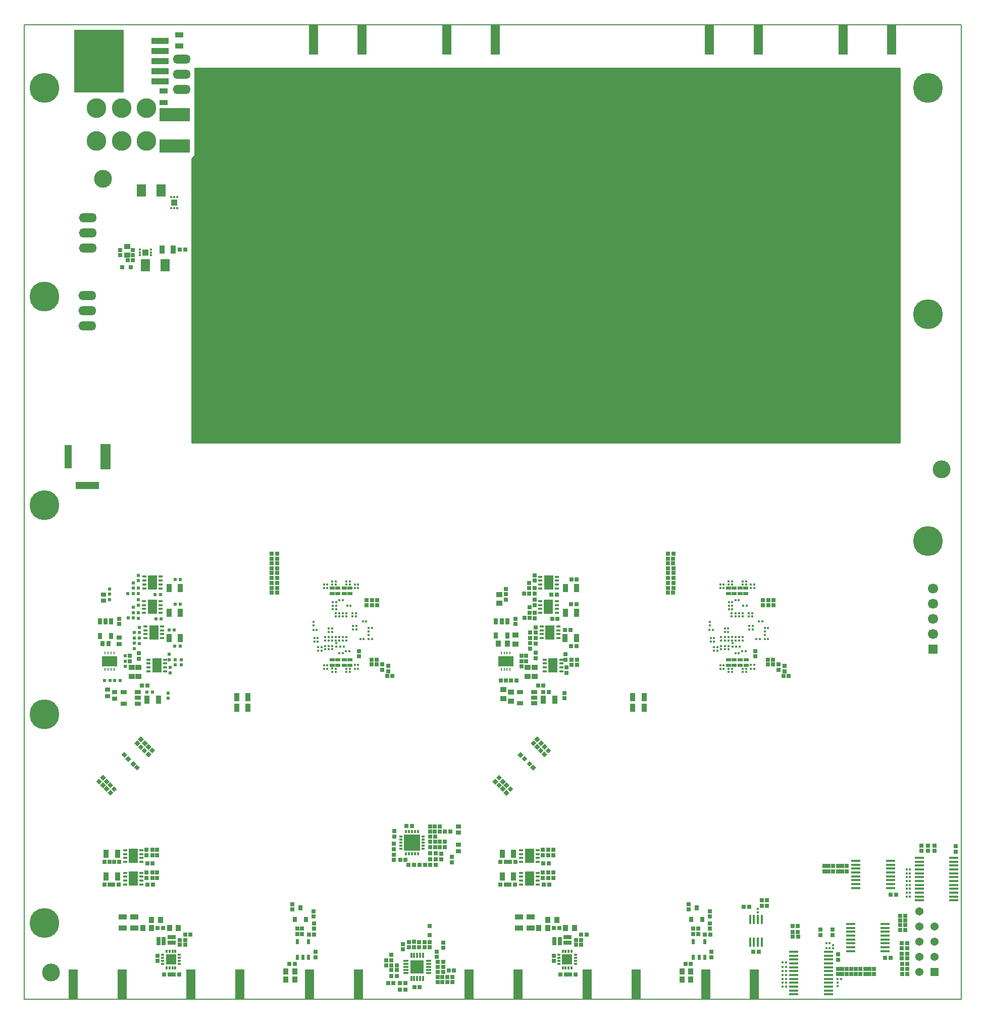
<source format=gbs>
G04 #@! TF.FileFunction,Soldermask,Bot*
%FSLAX46Y46*%
G04 Gerber Fmt 4.6, Leading zero omitted, Abs format (unit mm)*
G04 Created by KiCad (PCBNEW 4.0.7-e2-6376~61~ubuntu18.04.1) date Tue Nov 15 11:44:20 2022*
%MOMM*%
%LPD*%
G01*
G04 APERTURE LIST*
%ADD10C,0.150000*%
%ADD11C,0.100000*%
%ADD12C,0.200000*%
%ADD13C,3.000000*%
%ADD14R,0.300000X0.350000*%
%ADD15R,1.370000X1.370000*%
%ADD16C,1.370000*%
%ADD17R,1.500000X0.450000*%
%ADD18C,5.000000*%
%ADD19R,3.000000X1.000000*%
%ADD20R,8.400000X10.600000*%
%ADD21R,1.600000X2.350000*%
%ADD22R,0.650000X0.300000*%
%ADD23R,0.693420X0.693420*%
%ADD24R,1.000000X0.700000*%
%ADD25R,0.899160X1.399540*%
%ADD26R,0.750000X0.400000*%
%ADD27C,0.250000*%
%ADD28R,0.250000X0.400000*%
%ADD29R,2.540000X1.700000*%
%ADD30R,0.998120X0.898120*%
%ADD31R,0.898120X0.998120*%
%ADD32R,0.798500X0.897560*%
%ADD33R,0.897560X0.798500*%
%ADD34R,0.595300X0.595300*%
%ADD35R,0.350000X0.300000*%
%ADD36R,0.855980X0.553720*%
%ADD37R,0.500000X0.300000*%
%ADD38R,0.300000X0.600000*%
%ADD39R,1.750000X1.750000*%
%ADD40R,1.399540X0.899160*%
%ADD41R,0.600000X0.900000*%
%ADD42R,0.800000X0.900000*%
%ADD43R,1.496060X5.000000*%
%ADD44R,0.700000X1.000000*%
%ADD45R,1.524000X2.032000*%
%ADD46R,5.198120X2.198120*%
%ADD47C,3.298120*%
%ADD48R,0.800000X0.800000*%
%ADD49R,1.100000X1.000000*%
%ADD50R,0.320000X0.430000*%
%ADD51R,1.000000X1.100000*%
%ADD52R,0.430000X0.320000*%
%ADD53R,0.299720X0.949960*%
%ADD54R,0.949960X0.299720*%
%ADD55R,2.250440X2.250440*%
%ADD56R,0.350000X0.600000*%
%ADD57R,0.600000X0.350000*%
%ADD58R,2.800000X2.800000*%
%ADD59O,2.994660X1.524000*%
%ADD60C,1.700000*%
%ADD61R,1.524000X1.524000*%
%ADD62R,4.000000X1.300000*%
%ADD63R,1.300000X4.000000*%
%ADD64R,1.750000X4.250000*%
%ADD65R,0.450000X1.500000*%
%ADD66C,0.254000*%
G04 APERTURE END LIST*
D10*
D11*
X214520000Y-99480000D02*
X214520000Y-99470000D01*
D12*
X57390000Y-99480000D02*
X214520000Y-99480000D01*
X57390000Y-99480000D02*
X57390000Y-262740000D01*
X214520000Y-262730000D02*
X214520000Y-99480000D01*
X57390000Y-262740000D02*
X214520000Y-262740000D01*
D13*
X211240000Y-173940000D03*
X211240000Y-173940000D03*
X61870000Y-258330000D03*
X61870000Y-258330000D03*
D14*
X205945000Y-244270000D03*
X205395000Y-244270000D03*
D15*
X210080420Y-258215000D03*
D16*
X207540420Y-258215000D03*
X210080420Y-255675000D03*
X207540420Y-255675000D03*
X210080420Y-253135000D03*
X207540420Y-253135000D03*
X210080420Y-250595000D03*
X207540420Y-250595000D03*
X207540420Y-248055000D03*
D17*
X207500000Y-239075000D03*
X207500000Y-239725000D03*
X207500000Y-240375000D03*
X207500000Y-241025000D03*
X207500000Y-241675000D03*
X207500000Y-242325000D03*
X207500000Y-242975000D03*
X207500000Y-243625000D03*
X207500000Y-244275000D03*
X207500000Y-244925000D03*
X207500000Y-245575000D03*
X207500000Y-246225000D03*
X213300000Y-246225000D03*
X213300000Y-245575000D03*
X213300000Y-244925000D03*
X213300000Y-244275000D03*
X213300000Y-243625000D03*
X213300000Y-242975000D03*
X213300000Y-239075000D03*
X213300000Y-239725000D03*
X213300000Y-240375000D03*
X213300000Y-241025000D03*
X213300000Y-241675000D03*
X213300000Y-242325000D03*
D18*
X60800000Y-145000000D03*
X60800000Y-215000000D03*
D19*
X80210420Y-108935420D03*
X80210420Y-107235420D03*
X80210420Y-105535420D03*
X80210420Y-103835420D03*
X80210420Y-102135420D03*
D20*
X69910420Y-105535420D03*
D18*
X60800000Y-110000000D03*
X60800000Y-180000000D03*
X60800000Y-250000000D03*
X209000000Y-110000000D03*
X209000000Y-148000000D03*
X209000000Y-186000000D03*
X190640000Y-164730000D03*
X144920000Y-164720000D03*
X99200000Y-164740000D03*
X99200000Y-111380000D03*
X144920000Y-111380000D03*
X190660000Y-111380000D03*
D21*
X78890000Y-197030000D03*
D22*
X80265000Y-196705000D03*
X80265000Y-197355000D03*
X80265000Y-198005000D03*
X80265000Y-196054520D03*
X77515000Y-196054520D03*
X77515000Y-198005240D03*
X77515000Y-197355000D03*
X77515000Y-196705000D03*
D23*
X119008740Y-255350420D03*
X119008740Y-256249580D03*
D24*
X140540000Y-211300000D03*
X140540000Y-213200000D03*
X142940000Y-213200000D03*
X142940000Y-211300000D03*
X142940000Y-212250000D03*
X74090000Y-211310000D03*
X74090000Y-213210000D03*
X76490000Y-213210000D03*
X76490000Y-211310000D03*
X76490000Y-212260000D03*
D23*
X146230420Y-250870000D03*
X147129580Y-250870000D03*
D10*
G36*
X144578729Y-219849897D02*
X144088407Y-220340219D01*
X143598085Y-219849897D01*
X144088407Y-219359575D01*
X144578729Y-219849897D01*
X144578729Y-219849897D01*
G37*
G36*
X143942927Y-219214095D02*
X143452605Y-219704417D01*
X142962283Y-219214095D01*
X143452605Y-218723773D01*
X143942927Y-219214095D01*
X143942927Y-219214095D01*
G37*
D25*
X150062500Y-193900000D03*
X148157500Y-193900000D03*
X150052500Y-198000000D03*
X148147500Y-198000000D03*
D23*
X142109580Y-194800000D03*
X141210420Y-194800000D03*
X143010000Y-192609580D03*
X143010000Y-191710420D03*
X142110000Y-193899580D03*
X142110000Y-193000420D03*
X142990000Y-193900420D03*
X142990000Y-194799580D03*
X146719580Y-194970000D03*
X145820420Y-194970000D03*
X150059580Y-192440000D03*
X149160420Y-192440000D03*
X150039580Y-196550000D03*
X149140420Y-196550000D03*
D26*
X146725000Y-193905000D03*
X146725000Y-193255000D03*
X146725000Y-192605000D03*
X146725000Y-191955000D03*
X143975000Y-191955000D03*
X143975000Y-192605000D03*
X143975000Y-193255000D03*
X143975000Y-193905000D03*
D21*
X145350000Y-192930000D03*
D26*
X146705000Y-198005000D03*
X146705000Y-197355000D03*
X146705000Y-196705000D03*
X146705000Y-196055000D03*
X143955000Y-196055000D03*
X143955000Y-196705000D03*
X143955000Y-197355000D03*
X143955000Y-198005000D03*
D21*
X145330000Y-197030000D03*
D23*
X142189580Y-198890000D03*
X141290420Y-198890000D03*
X143010000Y-196699580D03*
X143010000Y-195800420D03*
X142190000Y-197979580D03*
X142190000Y-197080420D03*
X143010000Y-198000420D03*
X143010000Y-198899580D03*
X146839580Y-199030000D03*
X145940420Y-199030000D03*
D27*
X137900000Y-207345000D03*
D28*
X137900000Y-207545000D03*
X137400000Y-207545000D03*
D27*
X137400000Y-207345000D03*
X138400000Y-207345000D03*
D28*
X138400000Y-207545000D03*
X138900000Y-207545000D03*
D27*
X138900000Y-207345000D03*
X138900000Y-204895000D03*
D28*
X138900000Y-204695000D03*
X138400000Y-204695000D03*
D27*
X138400000Y-204895000D03*
X137400000Y-204895000D03*
D28*
X137400000Y-204695000D03*
X137900000Y-204695000D03*
D27*
X137900000Y-204895000D03*
D29*
X138150000Y-206120000D03*
D23*
X138190000Y-194909580D03*
X138190000Y-194010420D03*
X138190000Y-194910420D03*
X138190000Y-195809580D03*
X137330420Y-209320000D03*
X138229580Y-209320000D03*
X139040420Y-209330000D03*
X139939580Y-209330000D03*
D25*
X146372500Y-212610000D03*
X144467500Y-212610000D03*
D30*
X137120000Y-194920000D03*
X137120000Y-196420000D03*
X139780000Y-201760000D03*
X139780000Y-203260000D03*
X139040000Y-211300000D03*
X139040000Y-212800000D03*
D31*
X136940000Y-203170000D03*
X138440000Y-203170000D03*
D23*
X144470420Y-211310000D03*
X145369580Y-211310000D03*
D30*
X137810000Y-212380000D03*
X137810000Y-210880000D03*
D23*
X147980000Y-212339580D03*
X147980000Y-211440420D03*
D26*
X144715000Y-205865000D03*
X144715000Y-206515000D03*
X144715000Y-207165000D03*
X144715000Y-207815000D03*
X147465000Y-207815000D03*
X147465000Y-207165000D03*
X147465000Y-206515000D03*
X147465000Y-205865000D03*
D21*
X146090000Y-206840000D03*
D23*
X150150000Y-205850420D03*
X150150000Y-206749580D03*
X148310000Y-207170420D03*
X148310000Y-208069580D03*
X149210000Y-205860420D03*
X149210000Y-206759580D03*
X140820000Y-206109580D03*
X140820000Y-205210420D03*
X140820000Y-206110420D03*
X140820000Y-207009580D03*
X148160000Y-205859580D03*
X148160000Y-204960420D03*
D30*
X143020000Y-207190000D03*
X143020000Y-208690000D03*
X141870000Y-207190000D03*
X141870000Y-208690000D03*
D26*
X146965000Y-202245000D03*
X146965000Y-201595000D03*
X146965000Y-200945000D03*
X146965000Y-200295000D03*
X144215000Y-200295000D03*
X144215000Y-200945000D03*
X144215000Y-201595000D03*
X144215000Y-202245000D03*
D21*
X145590000Y-201270000D03*
D23*
X141590000Y-206109580D03*
X141590000Y-205210420D03*
X142290000Y-203110420D03*
X142290000Y-204009580D03*
X143170000Y-201349580D03*
X143170000Y-200450420D03*
X142280000Y-202249580D03*
X142280000Y-201350420D03*
D25*
X150042500Y-202240000D03*
X148137500Y-202240000D03*
D23*
X143180000Y-202250420D03*
X143180000Y-203149580D03*
X148120420Y-200910000D03*
X149019580Y-200910000D03*
X150029580Y-203590000D03*
X149130420Y-203590000D03*
D25*
X71147500Y-242170000D03*
X73052500Y-242170000D03*
D21*
X79650000Y-206840000D03*
D22*
X78275000Y-207165000D03*
X78275000Y-206515000D03*
X78275000Y-205865000D03*
X78275000Y-207815480D03*
X81025000Y-207815480D03*
X81025000Y-205864760D03*
X81025000Y-206515000D03*
X81025000Y-207165000D03*
D21*
X79150000Y-201270000D03*
D22*
X80525000Y-200945000D03*
X80525000Y-201595000D03*
X80525000Y-202245000D03*
X80525000Y-200294520D03*
X77775000Y-200294520D03*
X77775000Y-202245240D03*
X77775000Y-201595000D03*
X77775000Y-200945000D03*
D21*
X78910000Y-192930000D03*
D22*
X80285000Y-192605000D03*
X80285000Y-193255000D03*
X80285000Y-193905000D03*
X80285000Y-191954520D03*
X77535000Y-191954520D03*
X77535000Y-193905240D03*
X77535000Y-193255000D03*
X77535000Y-192605000D03*
D25*
X83612500Y-198000000D03*
X81707500Y-198000000D03*
X83622500Y-193900000D03*
X81717500Y-193900000D03*
X79932500Y-212610000D03*
X78027500Y-212610000D03*
X83602500Y-202240000D03*
X81697500Y-202240000D03*
D32*
X70503900Y-203170000D03*
X71596100Y-203170000D03*
D33*
X70680000Y-194923900D03*
X70680000Y-196016100D03*
X73340000Y-202163900D03*
X73340000Y-203256100D03*
X71370000Y-211966100D03*
X71370000Y-210873900D03*
X72600000Y-211303900D03*
X72600000Y-212396100D03*
D34*
X81720000Y-205859580D03*
X81720000Y-204960420D03*
X76740000Y-202250420D03*
X76740000Y-203149580D03*
X76570000Y-198000420D03*
X76570000Y-198899580D03*
X76550000Y-193900420D03*
X76550000Y-194799580D03*
X81680420Y-200910000D03*
X82579580Y-200910000D03*
X81870000Y-207170420D03*
X81870000Y-208069580D03*
X76570000Y-196699580D03*
X76570000Y-195800420D03*
X83599580Y-196550000D03*
X82700420Y-196550000D03*
X80389580Y-199020000D03*
X79490420Y-199020000D03*
X83710000Y-205850420D03*
X83710000Y-206749580D03*
X75669580Y-194800000D03*
X74770420Y-194800000D03*
X83619580Y-192440000D03*
X82720420Y-192440000D03*
X80279580Y-194980000D03*
X79380420Y-194980000D03*
X70890420Y-209320000D03*
X71789580Y-209320000D03*
X72600420Y-209330000D03*
X73499580Y-209330000D03*
X74380000Y-206110420D03*
X74380000Y-207009580D03*
X74380000Y-206119580D03*
X74380000Y-205220420D03*
X71750000Y-194910420D03*
X71750000Y-195809580D03*
X71750000Y-194909580D03*
X71750000Y-194010420D03*
X76570000Y-192609580D03*
X76570000Y-191710420D03*
X82770000Y-205860420D03*
X82770000Y-206759580D03*
X75670000Y-193899580D03*
X75670000Y-193000420D03*
X75750000Y-197979580D03*
X75750000Y-197080420D03*
X75840000Y-202249580D03*
X75840000Y-201350420D03*
X76730000Y-201349580D03*
X76730000Y-200450420D03*
X83589580Y-203590000D03*
X82690420Y-203590000D03*
X81540000Y-212339580D03*
X81540000Y-211440420D03*
X75850000Y-203110420D03*
X75850000Y-204009580D03*
X75749580Y-198890000D03*
X74850420Y-198890000D03*
X78020420Y-211310000D03*
X78919580Y-211310000D03*
D35*
X173100000Y-203775000D03*
X173100000Y-204325000D03*
X173700000Y-203775000D03*
X173700000Y-204325000D03*
X175500000Y-202625000D03*
X175500000Y-202075000D03*
X175500000Y-203575000D03*
X175500000Y-204125000D03*
X174900000Y-202625000D03*
X174900000Y-202075000D03*
D14*
X180765000Y-202430000D03*
X180215000Y-202430000D03*
D35*
X179490000Y-198075000D03*
X179490000Y-198625000D03*
X174900000Y-203575000D03*
X174900000Y-204125000D03*
X178900000Y-198075000D03*
X178900000Y-198625000D03*
X174300000Y-202625000D03*
X174300000Y-202075000D03*
X174300000Y-203575000D03*
X174300000Y-204125000D03*
D14*
X181615000Y-200530000D03*
X182165000Y-200530000D03*
D35*
X176100000Y-202625000D03*
X176100000Y-202075000D03*
X176700000Y-202625000D03*
X176700000Y-202075000D03*
D14*
X179565000Y-200830000D03*
X179015000Y-200830000D03*
D35*
X176690000Y-198075000D03*
X176690000Y-198625000D03*
D14*
X179565000Y-200240000D03*
X179015000Y-200240000D03*
D35*
X177900000Y-202625000D03*
X177900000Y-202075000D03*
X176080000Y-198075000D03*
X176080000Y-198625000D03*
X177300000Y-202625000D03*
X177300000Y-202075000D03*
X177890000Y-198075000D03*
X177890000Y-198625000D03*
D14*
X177265000Y-204780000D03*
X176715000Y-204780000D03*
X174925000Y-200650000D03*
X175475000Y-200650000D03*
D35*
X177290000Y-198075000D03*
X177290000Y-198625000D03*
D14*
X174925000Y-201260000D03*
X175475000Y-201260000D03*
X176715000Y-195890000D03*
X177265000Y-195890000D03*
X172535000Y-202850000D03*
X173085000Y-202850000D03*
X172535000Y-202260000D03*
X173085000Y-202260000D03*
X178025000Y-196860000D03*
X178575000Y-196860000D03*
X182165000Y-202430000D03*
X181615000Y-202430000D03*
X177825000Y-204450000D03*
X178375000Y-204450000D03*
D35*
X176200000Y-203115000D03*
X176200000Y-203665000D03*
X181590000Y-201155000D03*
X181590000Y-201705000D03*
D14*
X176155000Y-196220000D03*
X175605000Y-196220000D03*
X176165000Y-196860000D03*
X175615000Y-196860000D03*
X176165000Y-197450000D03*
X175615000Y-197450000D03*
X180635000Y-199410000D03*
X181185000Y-199410000D03*
D23*
X180010000Y-204410420D03*
X180010000Y-205309580D03*
D35*
X177860000Y-193305000D03*
X177860000Y-192755000D03*
X176100000Y-193305000D03*
X176100000Y-192755000D03*
X178460000Y-193305000D03*
X178460000Y-192755000D03*
D14*
X179835000Y-207380000D03*
X179285000Y-207380000D03*
X179825000Y-193300000D03*
X179275000Y-193300000D03*
X174145000Y-193290000D03*
X174695000Y-193290000D03*
D36*
X178450000Y-193888200D03*
X178450000Y-194751800D03*
X176470000Y-193888200D03*
X176470000Y-194751800D03*
X177500000Y-193888200D03*
X177500000Y-194751800D03*
X175510000Y-193888200D03*
X175510000Y-194751800D03*
D14*
X179285000Y-206770000D03*
X179835000Y-206770000D03*
X179275000Y-193890000D03*
X179825000Y-193890000D03*
X174695000Y-193890000D03*
X174145000Y-193890000D03*
D23*
X73349580Y-239770000D03*
X72450420Y-239770000D03*
D14*
X172895000Y-200920000D03*
X172345000Y-200920000D03*
D23*
X182999580Y-205910000D03*
X182100420Y-205910000D03*
X184920000Y-206940420D03*
X184920000Y-207839580D03*
X185619580Y-208620000D03*
X184720420Y-208620000D03*
D35*
X177870000Y-207375000D03*
X177870000Y-207925000D03*
X176120000Y-207375000D03*
X176120000Y-207925000D03*
X178470000Y-207365000D03*
X178470000Y-207915000D03*
X175500000Y-193305000D03*
X175500000Y-192755000D03*
X175520000Y-207375000D03*
X175520000Y-207925000D03*
X172390000Y-200095000D03*
X172390000Y-199545000D03*
D14*
X174145000Y-207380000D03*
X174695000Y-207380000D03*
D36*
X177510000Y-206781800D03*
X177510000Y-205918200D03*
X175520000Y-206781800D03*
X175520000Y-205918200D03*
X178470000Y-206781800D03*
X178470000Y-205918200D03*
X176480000Y-206781800D03*
X176480000Y-205918200D03*
D23*
X183930000Y-206670420D03*
X183930000Y-207569580D03*
X182999580Y-206670000D03*
X182100420Y-206670000D03*
D14*
X174695000Y-206780000D03*
X174145000Y-206780000D03*
D23*
X70850420Y-239770000D03*
X71749580Y-239770000D03*
D25*
X71147500Y-238370000D03*
X73052500Y-238370000D03*
D23*
X78900000Y-237720420D03*
X78900000Y-238619580D03*
X78949580Y-239970000D03*
X78050420Y-239970000D03*
X70850420Y-243520000D03*
X71749580Y-243520000D03*
X73249580Y-243520000D03*
X72350420Y-243520000D03*
X77900000Y-241520420D03*
X77900000Y-242419580D03*
X77900000Y-237720420D03*
X77900000Y-238619580D03*
X78900000Y-241520420D03*
X78900000Y-242419580D03*
X78999580Y-243520000D03*
X78100420Y-243520000D03*
D26*
X74325000Y-237795000D03*
X74325000Y-238445000D03*
X74325000Y-239095000D03*
X74325000Y-239745000D03*
X77075000Y-239745000D03*
X77075000Y-239095000D03*
X77075000Y-238445000D03*
X77075000Y-237795000D03*
D21*
X75700000Y-238770000D03*
D26*
X74325000Y-241595000D03*
X74325000Y-242245000D03*
X74325000Y-242895000D03*
X74325000Y-243545000D03*
X77075000Y-243545000D03*
X77075000Y-242895000D03*
X77075000Y-242245000D03*
X77075000Y-241595000D03*
D21*
X75700000Y-242570000D03*
D23*
X137290420Y-239770000D03*
X138189580Y-239770000D03*
X137290420Y-243520000D03*
X138189580Y-243520000D03*
X139789580Y-239770000D03*
X138890420Y-239770000D03*
X139689580Y-243520000D03*
X138790420Y-243520000D03*
X144340000Y-241520420D03*
X144340000Y-242419580D03*
X144340000Y-237720420D03*
X144340000Y-238619580D03*
D25*
X137587500Y-242170000D03*
X139492500Y-242170000D03*
D23*
X79700000Y-241520420D03*
X79700000Y-242419580D03*
X79700000Y-237720420D03*
X79700000Y-238619580D03*
X145340000Y-241520420D03*
X145340000Y-242419580D03*
X145439580Y-243520000D03*
X144540420Y-243520000D03*
X145340000Y-237720420D03*
X145340000Y-238619580D03*
X145389580Y-239970000D03*
X144490420Y-239970000D03*
X146140000Y-241520420D03*
X146140000Y-242419580D03*
X146140000Y-237720420D03*
X146140000Y-238619580D03*
D26*
X140765000Y-237795000D03*
X140765000Y-238445000D03*
X140765000Y-239095000D03*
X140765000Y-239745000D03*
X143515000Y-239745000D03*
X143515000Y-239095000D03*
X143515000Y-238445000D03*
X143515000Y-237795000D03*
D21*
X142140000Y-238770000D03*
D26*
X140765000Y-241595000D03*
X140765000Y-242245000D03*
X140765000Y-242895000D03*
X140765000Y-243545000D03*
X143515000Y-243545000D03*
X143515000Y-242895000D03*
X143515000Y-242245000D03*
X143515000Y-241595000D03*
D21*
X142140000Y-242570000D03*
D10*
G36*
X76828223Y-223937901D02*
X76337901Y-224428223D01*
X75847579Y-223937901D01*
X76337901Y-223447579D01*
X76828223Y-223937901D01*
X76828223Y-223937901D01*
G37*
G36*
X76192421Y-223302099D02*
X75702099Y-223792421D01*
X75211777Y-223302099D01*
X75702099Y-222811777D01*
X76192421Y-223302099D01*
X76192421Y-223302099D01*
G37*
G36*
X73721777Y-221822099D02*
X74212099Y-221331777D01*
X74702421Y-221822099D01*
X74212099Y-222312421D01*
X73721777Y-221822099D01*
X73721777Y-221822099D01*
G37*
G36*
X74357579Y-222457901D02*
X74847901Y-221967579D01*
X75338223Y-222457901D01*
X74847901Y-222948223D01*
X74357579Y-222457901D01*
X74357579Y-222457901D01*
G37*
G36*
X77741777Y-220442099D02*
X78232099Y-219951777D01*
X78722421Y-220442099D01*
X78232099Y-220932421D01*
X77741777Y-220442099D01*
X77741777Y-220442099D01*
G37*
G36*
X78377579Y-221077901D02*
X78867901Y-220587579D01*
X79358223Y-221077901D01*
X78867901Y-221568223D01*
X78377579Y-221077901D01*
X78377579Y-221077901D01*
G37*
G36*
X78128223Y-219847901D02*
X77637901Y-220338223D01*
X77147579Y-219847901D01*
X77637901Y-219357579D01*
X78128223Y-219847901D01*
X78128223Y-219847901D01*
G37*
G36*
X77492421Y-219212099D02*
X77002099Y-219702421D01*
X76511777Y-219212099D01*
X77002099Y-218721777D01*
X77492421Y-219212099D01*
X77492421Y-219212099D01*
G37*
G36*
X70731777Y-227512099D02*
X71222099Y-227021777D01*
X71712421Y-227512099D01*
X71222099Y-228002421D01*
X70731777Y-227512099D01*
X70731777Y-227512099D01*
G37*
G36*
X71367579Y-228147901D02*
X71857901Y-227657579D01*
X72348223Y-228147901D01*
X71857901Y-228638223D01*
X71367579Y-228147901D01*
X71367579Y-228147901D01*
G37*
G36*
X71108223Y-226917901D02*
X70617901Y-227408223D01*
X70127579Y-226917901D01*
X70617901Y-226427579D01*
X71108223Y-226917901D01*
X71108223Y-226917901D01*
G37*
G36*
X70472421Y-226282099D02*
X69982099Y-226772421D01*
X69491777Y-226282099D01*
X69982099Y-225791777D01*
X70472421Y-226282099D01*
X70472421Y-226282099D01*
G37*
D31*
X101270000Y-259460000D03*
X102770000Y-259460000D03*
X101270000Y-258100000D03*
X102770000Y-258100000D03*
D23*
X101860420Y-256860000D03*
X102759580Y-256860000D03*
X105130420Y-251970000D03*
X106029580Y-251970000D03*
X79790420Y-250870000D03*
X80689580Y-250870000D03*
X81780000Y-252360420D03*
X81780000Y-253259580D03*
X82460000Y-252360420D03*
X82460000Y-253259580D03*
X80799580Y-252720000D03*
X79900420Y-252720000D03*
X84389580Y-252910000D03*
X83490420Y-252910000D03*
X80799580Y-253420000D03*
X79900420Y-253420000D03*
X84389580Y-253600000D03*
X83490420Y-253600000D03*
X79800000Y-255460420D03*
X79800000Y-256359580D03*
D10*
G36*
X140162140Y-221816248D02*
X140652462Y-221325926D01*
X141142784Y-221816248D01*
X140652462Y-222306570D01*
X140162140Y-221816248D01*
X140162140Y-221816248D01*
G37*
G36*
X140797942Y-222452050D02*
X141288264Y-221961728D01*
X141778586Y-222452050D01*
X141288264Y-222942372D01*
X140797942Y-222452050D01*
X140797942Y-222452050D01*
G37*
D31*
X167710000Y-259460000D03*
X169210000Y-259460000D03*
D10*
G36*
X143270581Y-223929904D02*
X142780259Y-224420226D01*
X142289937Y-223929904D01*
X142780259Y-223439582D01*
X143270581Y-223929904D01*
X143270581Y-223929904D01*
G37*
G36*
X142634779Y-223294102D02*
X142144457Y-223784424D01*
X141654135Y-223294102D01*
X142144457Y-222803780D01*
X142634779Y-223294102D01*
X142634779Y-223294102D01*
G37*
D31*
X167710000Y-258090000D03*
X169210000Y-258090000D03*
D10*
G36*
X144185578Y-220451532D02*
X144675900Y-219961210D01*
X145166222Y-220451532D01*
X144675900Y-220941854D01*
X144185578Y-220451532D01*
X144185578Y-220451532D01*
G37*
G36*
X144821380Y-221087334D02*
X145311702Y-220597012D01*
X145802024Y-221087334D01*
X145311702Y-221577656D01*
X144821380Y-221087334D01*
X144821380Y-221087334D01*
G37*
D23*
X168300420Y-256860000D03*
X169199580Y-256860000D03*
X171560420Y-251970000D03*
X172459580Y-251970000D03*
D10*
G36*
X137171078Y-227508458D02*
X137661400Y-227018136D01*
X138151722Y-227508458D01*
X137661400Y-227998780D01*
X137171078Y-227508458D01*
X137171078Y-227508458D01*
G37*
G36*
X137806880Y-228144260D02*
X138297202Y-227653938D01*
X138787524Y-228144260D01*
X138297202Y-228634582D01*
X137806880Y-228144260D01*
X137806880Y-228144260D01*
G37*
G36*
X137550088Y-226920965D02*
X137059766Y-227411287D01*
X136569444Y-226920965D01*
X137059766Y-226430643D01*
X137550088Y-226920965D01*
X137550088Y-226920965D01*
G37*
G36*
X136914286Y-226285163D02*
X136423964Y-226775485D01*
X135933642Y-226285163D01*
X136423964Y-225794841D01*
X136914286Y-226285163D01*
X136914286Y-226285163D01*
G37*
D23*
X148220000Y-252360420D03*
X148220000Y-253259580D03*
X148900000Y-252360420D03*
X148900000Y-253259580D03*
X147239580Y-252720000D03*
X146340420Y-252720000D03*
X150829580Y-252910000D03*
X149930420Y-252910000D03*
X147239580Y-253420000D03*
X146340420Y-253420000D03*
X150829580Y-253600000D03*
X149930420Y-253600000D03*
X146240000Y-255470420D03*
X146240000Y-256369580D03*
D37*
X80620000Y-255370000D03*
X80620000Y-255870000D03*
X80620000Y-256370000D03*
X80620000Y-256870000D03*
D38*
X81270000Y-257520000D03*
X81770000Y-257520000D03*
X82270000Y-257520000D03*
X82770000Y-257520000D03*
D37*
X83420000Y-256870000D03*
X83420000Y-256370000D03*
X83420000Y-255870000D03*
X83420000Y-255370000D03*
D38*
X82770000Y-254720000D03*
X82270000Y-254720000D03*
X81770000Y-254720000D03*
X81270000Y-254720000D03*
D39*
X82020000Y-256120000D03*
D37*
X147070000Y-255370000D03*
X147070000Y-255870000D03*
X147070000Y-256370000D03*
X147070000Y-256870000D03*
D38*
X147720000Y-257520000D03*
X148220000Y-257520000D03*
X148720000Y-257520000D03*
X149220000Y-257520000D03*
D37*
X149870000Y-256870000D03*
X149870000Y-256370000D03*
X149870000Y-255870000D03*
X149870000Y-255370000D03*
D38*
X149220000Y-254720000D03*
X148720000Y-254720000D03*
X148220000Y-254720000D03*
X147720000Y-254720000D03*
D39*
X148470000Y-256120000D03*
D23*
X165350420Y-194640000D03*
X166249580Y-194640000D03*
X165360420Y-193820000D03*
X166259580Y-193820000D03*
X165360420Y-193000000D03*
X166259580Y-193000000D03*
X165360420Y-192180000D03*
X166259580Y-192180000D03*
X165360420Y-191360000D03*
X166259580Y-191360000D03*
X165350420Y-189740000D03*
X166249580Y-189740000D03*
X165360420Y-190550000D03*
X166259580Y-190550000D03*
X165350420Y-188940000D03*
X166249580Y-188940000D03*
X165360420Y-188070000D03*
X166259580Y-188070000D03*
D10*
G36*
X75881777Y-219852099D02*
X76372099Y-219361777D01*
X76862421Y-219852099D01*
X76372099Y-220342421D01*
X75881777Y-219852099D01*
X75881777Y-219852099D01*
G37*
G36*
X76517579Y-220487901D02*
X77007901Y-219997579D01*
X77498223Y-220487901D01*
X77007901Y-220978223D01*
X76517579Y-220487901D01*
X76517579Y-220487901D01*
G37*
G36*
X72968223Y-227517901D02*
X72477901Y-228008223D01*
X71987579Y-227517901D01*
X72477901Y-227027579D01*
X72968223Y-227517901D01*
X72968223Y-227517901D01*
G37*
G36*
X72332421Y-226882099D02*
X71842099Y-227372421D01*
X71351777Y-226882099D01*
X71842099Y-226391777D01*
X72332421Y-226882099D01*
X72332421Y-226882099D01*
G37*
G36*
X70131777Y-225652099D02*
X70622099Y-225161777D01*
X71112421Y-225652099D01*
X70622099Y-226142421D01*
X70131777Y-225652099D01*
X70131777Y-225652099D01*
G37*
G36*
X70767579Y-226287901D02*
X71257901Y-225797579D01*
X71748223Y-226287901D01*
X71257901Y-226778223D01*
X70767579Y-226287901D01*
X70767579Y-226287901D01*
G37*
D23*
X106250000Y-255739580D03*
X106250000Y-254840420D03*
X104020000Y-251829580D03*
X104020000Y-250930420D03*
X103200000Y-250940420D03*
X103200000Y-251839580D03*
X105990000Y-250060420D03*
X105990000Y-250959580D03*
X105940000Y-248020420D03*
X105940000Y-248919580D03*
D40*
X73960000Y-250872500D03*
X73960000Y-248967500D03*
X75880000Y-250872500D03*
X75880000Y-248967500D03*
D31*
X77290000Y-250870000D03*
X78790000Y-250870000D03*
X78780000Y-249460000D03*
X80280000Y-249460000D03*
X81780000Y-250840000D03*
X83280000Y-250840000D03*
D23*
X81789580Y-258630000D03*
X80890420Y-258630000D03*
X83409580Y-258630000D03*
X82510420Y-258630000D03*
D10*
G36*
X145158555Y-221716659D02*
X144668233Y-222206981D01*
X144177911Y-221716659D01*
X144668233Y-221226337D01*
X145158555Y-221716659D01*
X145158555Y-221716659D01*
G37*
G36*
X144522753Y-221080857D02*
X144032431Y-221571179D01*
X143542109Y-221080857D01*
X144032431Y-220590535D01*
X144522753Y-221080857D01*
X144522753Y-221080857D01*
G37*
G36*
X142325886Y-219850492D02*
X142816208Y-219360170D01*
X143306530Y-219850492D01*
X142816208Y-220340814D01*
X142325886Y-219850492D01*
X142325886Y-219850492D01*
G37*
G36*
X142961688Y-220486294D02*
X143452010Y-219995972D01*
X143942332Y-220486294D01*
X143452010Y-220976616D01*
X142961688Y-220486294D01*
X142961688Y-220486294D01*
G37*
D23*
X172690000Y-255739580D03*
X172690000Y-254840420D03*
X170460000Y-251839580D03*
X170460000Y-250940420D03*
X169640000Y-250940420D03*
X169640000Y-251839580D03*
D10*
G36*
X139416849Y-227514935D02*
X138926527Y-228005257D01*
X138436205Y-227514935D01*
X138926527Y-227024613D01*
X139416849Y-227514935D01*
X139416849Y-227514935D01*
G37*
G36*
X138781047Y-226879133D02*
X138290725Y-227369455D01*
X137800403Y-226879133D01*
X138290725Y-226388811D01*
X138781047Y-226879133D01*
X138781047Y-226879133D01*
G37*
G36*
X136570038Y-225648767D02*
X137060360Y-225158445D01*
X137550682Y-225648767D01*
X137060360Y-226139089D01*
X136570038Y-225648767D01*
X136570038Y-225648767D01*
G37*
G36*
X137205840Y-226284569D02*
X137696162Y-225794247D01*
X138186484Y-226284569D01*
X137696162Y-226774891D01*
X137205840Y-226284569D01*
X137205840Y-226284569D01*
G37*
D23*
X172430000Y-250060420D03*
X172430000Y-250959580D03*
X172380000Y-248020420D03*
X172380000Y-248919580D03*
D40*
X140400000Y-250872500D03*
X140400000Y-248967500D03*
X142330000Y-250872500D03*
X142330000Y-248967500D03*
D31*
X143730000Y-250870000D03*
X145230000Y-250870000D03*
X145230000Y-249460000D03*
X146730000Y-249460000D03*
X148220000Y-250840000D03*
X149720000Y-250840000D03*
D23*
X148229580Y-258630000D03*
X147330420Y-258630000D03*
X149849580Y-258630000D03*
X148950420Y-258630000D03*
D41*
X105090000Y-253130000D03*
X103190000Y-253130000D03*
X103190000Y-255730000D03*
X104140000Y-255730000D03*
X105090000Y-255730000D03*
X171540000Y-253130000D03*
X169640000Y-253130000D03*
X169640000Y-255730000D03*
X170590000Y-255730000D03*
X171540000Y-255730000D03*
D42*
X102790000Y-249440000D03*
X104690000Y-249440000D03*
X103740000Y-247440000D03*
X169230000Y-249430000D03*
X171130000Y-249430000D03*
X170180000Y-247430000D03*
D10*
G36*
X78718223Y-221717901D02*
X78227901Y-222208223D01*
X77737579Y-221717901D01*
X78227901Y-221227579D01*
X78718223Y-221717901D01*
X78718223Y-221717901D01*
G37*
G36*
X78082421Y-221082099D02*
X77592099Y-221572421D01*
X77101777Y-221082099D01*
X77592099Y-220591777D01*
X78082421Y-221082099D01*
X78082421Y-221082099D01*
G37*
D30*
X75430000Y-207190000D03*
X75430000Y-208690000D03*
X76580000Y-207190000D03*
X76580000Y-208690000D03*
D23*
X75150000Y-206109580D03*
X75150000Y-205210420D03*
X76680000Y-205709580D03*
X76680000Y-204810420D03*
D27*
X71460000Y-207345000D03*
D28*
X71460000Y-207545000D03*
X70960000Y-207545000D03*
D27*
X70960000Y-207345000D03*
X71960000Y-207345000D03*
D28*
X71960000Y-207545000D03*
X72460000Y-207545000D03*
D27*
X72460000Y-207345000D03*
X72460000Y-204895000D03*
D28*
X72460000Y-204695000D03*
X71960000Y-204695000D03*
D27*
X71960000Y-204895000D03*
X70960000Y-204895000D03*
D28*
X70960000Y-204695000D03*
X71460000Y-204695000D03*
D27*
X71460000Y-204895000D03*
D29*
X71710000Y-206120000D03*
D43*
X180540420Y-101985420D03*
X172340420Y-101985420D03*
X202910420Y-101985420D03*
X194710420Y-101985420D03*
D23*
X168850000Y-246830420D03*
X168850000Y-247729580D03*
X150840420Y-251910000D03*
X151739580Y-251910000D03*
D25*
X137587500Y-238370000D03*
X139492500Y-238370000D03*
D43*
X136450000Y-101980000D03*
X128250000Y-101980000D03*
X114100000Y-101980000D03*
X105900000Y-101980000D03*
D23*
X102410000Y-246830420D03*
X102410000Y-247729580D03*
X84400420Y-251910000D03*
X85299580Y-251910000D03*
D25*
X161372500Y-212140000D03*
X159467500Y-212140000D03*
D23*
X143150000Y-205629580D03*
X143150000Y-204730420D03*
D14*
X177385000Y-203660000D03*
X176835000Y-203660000D03*
D23*
X182180000Y-196779580D03*
X182180000Y-195880420D03*
X181280000Y-195880420D03*
X181280000Y-196779580D03*
X183060000Y-196779580D03*
X183060000Y-195880420D03*
X77140420Y-210170000D03*
X78039580Y-210170000D03*
X73330000Y-199899580D03*
X73330000Y-199000420D03*
X143570420Y-210240000D03*
X144469580Y-210240000D03*
X139840000Y-199889580D03*
X139840000Y-198990420D03*
D44*
X70110000Y-201880000D03*
X72010000Y-201880000D03*
X72010000Y-199480000D03*
X70110000Y-199480000D03*
X71060000Y-199480000D03*
X136540000Y-201850000D03*
X138440000Y-201850000D03*
X138440000Y-199450000D03*
X136540000Y-199450000D03*
X137490000Y-199450000D03*
D35*
X106660000Y-203775000D03*
X106660000Y-204325000D03*
X107260000Y-203775000D03*
X107260000Y-204325000D03*
X109060000Y-202625000D03*
X109060000Y-202075000D03*
X109060000Y-203575000D03*
X109060000Y-204125000D03*
X108460000Y-202625000D03*
X108460000Y-202075000D03*
D14*
X114325000Y-202430000D03*
X113775000Y-202430000D03*
D35*
X113050000Y-198075000D03*
X113050000Y-198625000D03*
X108460000Y-203575000D03*
X108460000Y-204125000D03*
X112460000Y-198075000D03*
X112460000Y-198625000D03*
X107860000Y-202625000D03*
X107860000Y-202075000D03*
X107860000Y-203575000D03*
X107860000Y-204125000D03*
D14*
X115175000Y-200530000D03*
X115725000Y-200530000D03*
D35*
X110260000Y-202625000D03*
X110260000Y-202075000D03*
X109660000Y-202625000D03*
X109660000Y-202075000D03*
D14*
X113125000Y-200830000D03*
X112575000Y-200830000D03*
D35*
X109650000Y-198075000D03*
X109650000Y-198625000D03*
D14*
X113125000Y-200240000D03*
X112575000Y-200240000D03*
D35*
X110860000Y-202625000D03*
X110860000Y-202075000D03*
X110250000Y-198075000D03*
X110250000Y-198625000D03*
X111460000Y-202625000D03*
X111460000Y-202075000D03*
D14*
X106455000Y-200920000D03*
X105905000Y-200920000D03*
D35*
X110850000Y-198075000D03*
X110850000Y-198625000D03*
D14*
X110825000Y-204780000D03*
X110275000Y-204780000D03*
X108485000Y-200650000D03*
X109035000Y-200650000D03*
D35*
X111450000Y-198075000D03*
X111450000Y-198625000D03*
D14*
X108485000Y-201260000D03*
X109035000Y-201260000D03*
X110275000Y-195890000D03*
X110825000Y-195890000D03*
D23*
X205529580Y-257710000D03*
X204630420Y-257710000D03*
X194610420Y-257670420D03*
X194610420Y-258569580D03*
X193890420Y-257670420D03*
X193890420Y-258569580D03*
X205469580Y-255200000D03*
X204570420Y-255200000D03*
X205479580Y-255930000D03*
X204580420Y-255930000D03*
X196870420Y-257670420D03*
X196870420Y-258569580D03*
D45*
X80401000Y-127240000D03*
X77099000Y-127240000D03*
D23*
X118480000Y-206940420D03*
X118480000Y-207839580D03*
X129493320Y-257920000D03*
X128594160Y-257920000D03*
X127549160Y-259030420D03*
X127549160Y-259929580D03*
X83525840Y-137100420D03*
X84425000Y-137100420D03*
X126769160Y-259030420D03*
X126769160Y-259929580D03*
X127679160Y-257360000D03*
X126780000Y-257360000D03*
X126619160Y-254780420D03*
X126619160Y-255679580D03*
X119908740Y-257850000D03*
X119009580Y-257850000D03*
X122798740Y-254059580D03*
X122798740Y-253160420D03*
D45*
X77744420Y-139800000D03*
X81046420Y-139800000D03*
D23*
X119009160Y-257110000D03*
X119908320Y-257110000D03*
X122839580Y-260710000D03*
X123738740Y-260710000D03*
X196140420Y-257670420D03*
X196140420Y-258569580D03*
X118138740Y-256220420D03*
X118138740Y-257119580D03*
X120404160Y-260090000D03*
X121303320Y-260090000D03*
X75665420Y-138100000D03*
X75665420Y-137200840D03*
D30*
X74655420Y-138100420D03*
X74655420Y-136600420D03*
D23*
X118424160Y-260090000D03*
X119323320Y-260090000D03*
X73535420Y-138100000D03*
X73535420Y-137200840D03*
X201790420Y-255800000D03*
X202689580Y-255800000D03*
X202700420Y-245240000D03*
X203599580Y-245240000D03*
X198440420Y-257680420D03*
X198440420Y-258579580D03*
X205199580Y-250350000D03*
X204300420Y-250350000D03*
X199170420Y-257680420D03*
X199170420Y-258579580D03*
X124639160Y-240270000D03*
X123740000Y-240270000D03*
D35*
X112020000Y-193305000D03*
X112020000Y-192755000D03*
X109060000Y-193305000D03*
X109060000Y-192755000D03*
X112030000Y-207365000D03*
X112030000Y-207915000D03*
X109670000Y-207365000D03*
X109670000Y-207915000D03*
X111420000Y-193305000D03*
X111420000Y-192755000D03*
X109660000Y-193305000D03*
X109660000Y-192755000D03*
X111430000Y-207375000D03*
X111430000Y-207925000D03*
X109030000Y-207355000D03*
X109030000Y-207905000D03*
D23*
X129139580Y-239799580D03*
X129139580Y-238900420D03*
D33*
X130269580Y-234876100D03*
X130269580Y-233783900D03*
D23*
X125510000Y-239350000D03*
X126409160Y-239350000D03*
X127119580Y-237269580D03*
X127119580Y-236370420D03*
X125469580Y-236370420D03*
X125469580Y-237269580D03*
X205199580Y-251150000D03*
X204300420Y-251150000D03*
X126299580Y-237269580D03*
X126299580Y-236370420D03*
X119420000Y-239449580D03*
X119420000Y-238550420D03*
X116559580Y-205910000D03*
X115660420Y-205910000D03*
X119179580Y-208620000D03*
X118280420Y-208620000D03*
X125469580Y-233790420D03*
X125469580Y-234689580D03*
X126259580Y-234689580D03*
X126259580Y-233790420D03*
X127079580Y-234689580D03*
X127079580Y-233790420D03*
X193910000Y-255280420D03*
X193910000Y-256179580D03*
D46*
X82670420Y-114505420D03*
X82670420Y-119805420D03*
D23*
X187179580Y-252280000D03*
X186280420Y-252280000D03*
X192953740Y-252027080D03*
X192953740Y-251127920D03*
X190953740Y-252027080D03*
X190953740Y-251127920D03*
X192330420Y-241349580D03*
X192330420Y-240450420D03*
X193040420Y-241349580D03*
X193040420Y-240450420D03*
X194610420Y-241359580D03*
X194610420Y-240460420D03*
X193880420Y-241359580D03*
X193880420Y-240460420D03*
X213670000Y-238049580D03*
X213670000Y-237150420D03*
X207860000Y-237899580D03*
X207860000Y-237000420D03*
D14*
X106095000Y-202850000D03*
X106645000Y-202850000D03*
X106095000Y-202260000D03*
X106645000Y-202260000D03*
X111585000Y-196860000D03*
X112135000Y-196860000D03*
X115725000Y-202430000D03*
X115175000Y-202430000D03*
X111385000Y-204450000D03*
X111935000Y-204450000D03*
X110975000Y-203660000D03*
X110425000Y-203660000D03*
D35*
X109760000Y-203115000D03*
X109760000Y-203665000D03*
X115150000Y-201155000D03*
X115150000Y-201705000D03*
X105950000Y-200095000D03*
X105950000Y-199545000D03*
D14*
X109715000Y-196220000D03*
X109165000Y-196220000D03*
X109725000Y-196860000D03*
X109175000Y-196860000D03*
X109725000Y-197450000D03*
X109175000Y-197450000D03*
D25*
X82437920Y-137100420D03*
X80532920Y-137100420D03*
D23*
X119903320Y-258870000D03*
X119004160Y-258870000D03*
D14*
X113395000Y-207380000D03*
X112845000Y-207380000D03*
X113385000Y-193300000D03*
X112835000Y-193300000D03*
X107705000Y-193290000D03*
X108255000Y-193290000D03*
X107705000Y-207380000D03*
X108255000Y-207380000D03*
D33*
X130269580Y-237936100D03*
X130269580Y-236843900D03*
D47*
X77920420Y-118935420D03*
X73720420Y-118935420D03*
X69520420Y-118935420D03*
X77920420Y-113435420D03*
X73720420Y-113435420D03*
X69520420Y-113435420D03*
D36*
X112010000Y-193888200D03*
X112010000Y-194751800D03*
X110030000Y-193888200D03*
X110030000Y-194751800D03*
X111070000Y-206781800D03*
X111070000Y-205918200D03*
X109080000Y-206781800D03*
X109080000Y-205918200D03*
X111060000Y-193888200D03*
X111060000Y-194751800D03*
X109070000Y-193888200D03*
X109070000Y-194751800D03*
X112030000Y-206781800D03*
X112030000Y-205918200D03*
X110040000Y-206781800D03*
X110040000Y-205918200D03*
D48*
X75325420Y-140070420D03*
X73825420Y-140070420D03*
X125418740Y-250500000D03*
X125418740Y-252000000D03*
D14*
X114195000Y-199410000D03*
X114745000Y-199410000D03*
D23*
X113570000Y-204410420D03*
X113570000Y-205309580D03*
X117490000Y-206670420D03*
X117490000Y-207569580D03*
X205529580Y-256870000D03*
X204630420Y-256870000D03*
X75645000Y-138910420D03*
X74745840Y-138910420D03*
X204640420Y-258530000D03*
X205539580Y-258530000D03*
X195330420Y-257670420D03*
X195330420Y-258569580D03*
X205479580Y-254220000D03*
X204580420Y-254220000D03*
X205479580Y-253410000D03*
X204580420Y-253410000D03*
X197600420Y-257670420D03*
X197600420Y-258569580D03*
X128339580Y-259030000D03*
X129238740Y-259030000D03*
X205199580Y-249560000D03*
X204300420Y-249560000D03*
X128329580Y-259930000D03*
X129228740Y-259930000D03*
X127678740Y-256520000D03*
X126779580Y-256520000D03*
X125428740Y-254079580D03*
X125428740Y-253180420D03*
X120928740Y-253520420D03*
X120928740Y-254419580D03*
X127679160Y-258190000D03*
X126780000Y-258190000D03*
X199890420Y-257680420D03*
X199890420Y-258579580D03*
X121948740Y-254069580D03*
X121948740Y-253170420D03*
X123638740Y-254069580D03*
X123638740Y-253170420D03*
X124518740Y-254069580D03*
X124518740Y-253170420D03*
X120404160Y-261130000D03*
X121303320Y-261130000D03*
X122779160Y-240270000D03*
X121880000Y-240270000D03*
X205199580Y-248770000D03*
X204300420Y-248770000D03*
D25*
X94932500Y-212140000D03*
X93027500Y-212140000D03*
D14*
X112845000Y-206770000D03*
X113395000Y-206770000D03*
X112835000Y-193890000D03*
X113385000Y-193890000D03*
X108255000Y-193890000D03*
X107705000Y-193890000D03*
X108255000Y-206780000D03*
X107705000Y-206780000D03*
D25*
X94932500Y-213910000D03*
X93027500Y-213910000D03*
D23*
X126409160Y-240260000D03*
X125510000Y-240260000D03*
X127379580Y-239289580D03*
X127379580Y-238390420D03*
X125500000Y-238330000D03*
X126399160Y-238330000D03*
X127929580Y-237279580D03*
X127929580Y-236380420D03*
X127940000Y-234690000D03*
X128839160Y-234690000D03*
X119420000Y-236700420D03*
X119420000Y-237599580D03*
X119450000Y-234610420D03*
X119450000Y-235509580D03*
X126369160Y-235520000D03*
X125470000Y-235520000D03*
X120460420Y-239450000D03*
X121359580Y-239450000D03*
X116559580Y-206670000D03*
X115660420Y-206670000D03*
D40*
X83380000Y-103042500D03*
X83380000Y-101137500D03*
X80830000Y-110587500D03*
X80830000Y-112492500D03*
D35*
X193090000Y-253685000D03*
X193090000Y-254235000D03*
D14*
X192495000Y-254210000D03*
X191945000Y-254210000D03*
X192495000Y-253380000D03*
X191945000Y-253380000D03*
X194375000Y-259360000D03*
X193825000Y-259360000D03*
D35*
X193800000Y-260555000D03*
X193800000Y-260005000D03*
D14*
X185155000Y-256630000D03*
X184605000Y-256630000D03*
X185145000Y-257400000D03*
X184595000Y-257400000D03*
X185145000Y-258060000D03*
X184595000Y-258060000D03*
X185145000Y-258700000D03*
X184595000Y-258700000D03*
D23*
X127668740Y-253270420D03*
X127668740Y-254169580D03*
D14*
X185145000Y-259360000D03*
X184595000Y-259360000D03*
X185145000Y-260000000D03*
X184595000Y-260000000D03*
X185145000Y-260660000D03*
X184595000Y-260660000D03*
D23*
X186270420Y-251520000D03*
X187169580Y-251520000D03*
X186260420Y-250530000D03*
X187159580Y-250530000D03*
X115740000Y-196779580D03*
X115740000Y-195880420D03*
X114840000Y-195880420D03*
X114840000Y-196779580D03*
X116620000Y-196779580D03*
X116620000Y-195880420D03*
X98920420Y-194640000D03*
X99819580Y-194640000D03*
X98920420Y-193820000D03*
X99819580Y-193820000D03*
X98920420Y-193000000D03*
X99819580Y-193000000D03*
X98920420Y-192180000D03*
X99819580Y-192180000D03*
X98920420Y-191360000D03*
X99819580Y-191360000D03*
X98910420Y-189740000D03*
X99809580Y-189740000D03*
X98920420Y-190550000D03*
X99819580Y-190550000D03*
X98910420Y-188940000D03*
X99809580Y-188940000D03*
X98920420Y-188070000D03*
X99819580Y-188070000D03*
X191600420Y-241349580D03*
X191600420Y-240450420D03*
X195330420Y-241359580D03*
X195330420Y-240460420D03*
X121550420Y-233780000D03*
X122449580Y-233780000D03*
D14*
X205945000Y-241020000D03*
X205395000Y-241020000D03*
X205945000Y-241670000D03*
X205395000Y-241670000D03*
X205945000Y-242320000D03*
X205395000Y-242320000D03*
X205945000Y-242970000D03*
X205395000Y-242970000D03*
X205945000Y-243630000D03*
X205395000Y-243630000D03*
X205945000Y-244920000D03*
X205395000Y-244920000D03*
X205945000Y-245580000D03*
X205395000Y-245580000D03*
D23*
X210060000Y-237000420D03*
X210060000Y-237899580D03*
X208990000Y-237000420D03*
X208990000Y-237899580D03*
D17*
X201790000Y-254715000D03*
X201790000Y-254065000D03*
X201790000Y-253415000D03*
X201790000Y-252765000D03*
X201790000Y-252115000D03*
X201790000Y-251465000D03*
X201790000Y-250815000D03*
X201790000Y-250165000D03*
X195990000Y-250165000D03*
X195990000Y-250815000D03*
X195990000Y-251465000D03*
X195990000Y-252115000D03*
X195990000Y-254715000D03*
X195990000Y-254065000D03*
X195990000Y-253415000D03*
X195990000Y-252765000D03*
X202700000Y-244125000D03*
X202700000Y-243475000D03*
X202700000Y-242825000D03*
X202700000Y-242175000D03*
X202700000Y-241525000D03*
X202700000Y-240875000D03*
X202700000Y-240225000D03*
X202700000Y-239575000D03*
X196900000Y-239575000D03*
X196900000Y-240225000D03*
X196900000Y-240875000D03*
X196900000Y-241525000D03*
X196900000Y-244125000D03*
X196900000Y-243475000D03*
X196900000Y-242825000D03*
X196900000Y-242175000D03*
D49*
X82570420Y-129235420D03*
D50*
X83070420Y-130170420D03*
X82570420Y-130170420D03*
X82070420Y-130170420D03*
X82070420Y-128300420D03*
X82570420Y-128300420D03*
X83070420Y-128300420D03*
D51*
X77725420Y-137600420D03*
D52*
X78660420Y-137100420D03*
X78660420Y-137600420D03*
X78660420Y-138100420D03*
X76790420Y-138100420D03*
X76790420Y-137600420D03*
X76790420Y-137100420D03*
D53*
X122318980Y-259290400D03*
X122816820Y-259290400D03*
X123317200Y-259290400D03*
X123817580Y-259290400D03*
X124317960Y-259290400D03*
D54*
X125237440Y-258370920D03*
X125237440Y-257870540D03*
X125237440Y-257370160D03*
X125237440Y-256869780D03*
X125237440Y-256371940D03*
D53*
X124317960Y-255439760D03*
X123817580Y-255439760D03*
X123317200Y-255439760D03*
X122816820Y-255439760D03*
X122318980Y-255439760D03*
D54*
X121386800Y-256361780D03*
X121386800Y-256859620D03*
X121386800Y-257360000D03*
X121386800Y-257860380D03*
X121386800Y-258360760D03*
D55*
X123309580Y-257360000D03*
D56*
X121450000Y-238360000D03*
X121950000Y-238360000D03*
X122450000Y-238360000D03*
X122950000Y-238360000D03*
X123450000Y-238360000D03*
D57*
X124300000Y-237510000D03*
X124300000Y-237010000D03*
X124300000Y-236510000D03*
X124300000Y-236010000D03*
X124300000Y-235510000D03*
D56*
X123450000Y-234660000D03*
X122950000Y-234660000D03*
X122450000Y-234660000D03*
X121950000Y-234660000D03*
X121450000Y-234660000D03*
D57*
X120600000Y-235510000D03*
X120600000Y-236010000D03*
X120600000Y-236510000D03*
X120600000Y-237010000D03*
X120600000Y-237510000D03*
D58*
X122450000Y-236510000D03*
D59*
X68060420Y-131770420D03*
X68060420Y-136850420D03*
X68060420Y-134310420D03*
X68030420Y-144850420D03*
X68030420Y-149930420D03*
X68030420Y-147390420D03*
X83870000Y-105225000D03*
X83870000Y-110305000D03*
X83870000Y-107765000D03*
D25*
X161372500Y-213910000D03*
X159467500Y-213910000D03*
D43*
X65610000Y-260240000D03*
X73810000Y-260240000D03*
X85380000Y-260240000D03*
X93580000Y-260240000D03*
X105240000Y-260240000D03*
X113440000Y-260240000D03*
X132050000Y-260240000D03*
X140250000Y-260240000D03*
X151820000Y-260240000D03*
X160020000Y-260240000D03*
X171680000Y-260240000D03*
X179880000Y-260240000D03*
D60*
X209830420Y-196505000D03*
X209830420Y-201585000D03*
D61*
X209830420Y-204125000D03*
D60*
X209830420Y-199045000D03*
X209830420Y-193965000D03*
D62*
X68040420Y-176685420D03*
D63*
X64790420Y-171885420D03*
D64*
X71040420Y-171885420D03*
D35*
X180440000Y-248195000D03*
X180440000Y-247645000D03*
D17*
X186460000Y-254805000D03*
X186460000Y-255455000D03*
X186460000Y-256105000D03*
X186460000Y-256755000D03*
X186460000Y-257405000D03*
X186460000Y-258055000D03*
X186460000Y-258705000D03*
X186460000Y-259355000D03*
X186460000Y-260005000D03*
X186460000Y-260655000D03*
X186460000Y-261305000D03*
X186460000Y-261955000D03*
X192260000Y-261955000D03*
X192260000Y-261305000D03*
X192260000Y-260655000D03*
X192260000Y-260005000D03*
X192260000Y-259355000D03*
X192260000Y-258705000D03*
X192260000Y-254805000D03*
X192260000Y-255455000D03*
X192260000Y-256105000D03*
X192260000Y-256755000D03*
X192260000Y-257405000D03*
X192260000Y-258055000D03*
D23*
X180599580Y-254860000D03*
X179700420Y-254860000D03*
X178999580Y-247270000D03*
X178100420Y-247270000D03*
X181100000Y-246220420D03*
X181100000Y-247119580D03*
X182000000Y-246220420D03*
X182000000Y-247119580D03*
D65*
X181095000Y-249380000D03*
X180445000Y-249380000D03*
X179795000Y-249380000D03*
X179145000Y-249380000D03*
X179145000Y-253180000D03*
X179795000Y-253180000D03*
X181095000Y-253180000D03*
X180445000Y-253180000D03*
D13*
X70600000Y-125310000D03*
X70600000Y-125310000D03*
D66*
G36*
X204273000Y-169473000D02*
X85527000Y-169473000D01*
X85527000Y-127930000D01*
X85517000Y-127880620D01*
X85517000Y-121932606D01*
X86039803Y-121409803D01*
X86067666Y-121367789D01*
X86077000Y-121320000D01*
X86077000Y-106727000D01*
X204273000Y-106727000D01*
X204273000Y-169473000D01*
X204273000Y-169473000D01*
G37*
X204273000Y-169473000D02*
X85527000Y-169473000D01*
X85527000Y-127930000D01*
X85517000Y-127880620D01*
X85517000Y-121932606D01*
X86039803Y-121409803D01*
X86067666Y-121367789D01*
X86077000Y-121320000D01*
X86077000Y-106727000D01*
X204273000Y-106727000D01*
X204273000Y-169473000D01*
M02*

</source>
